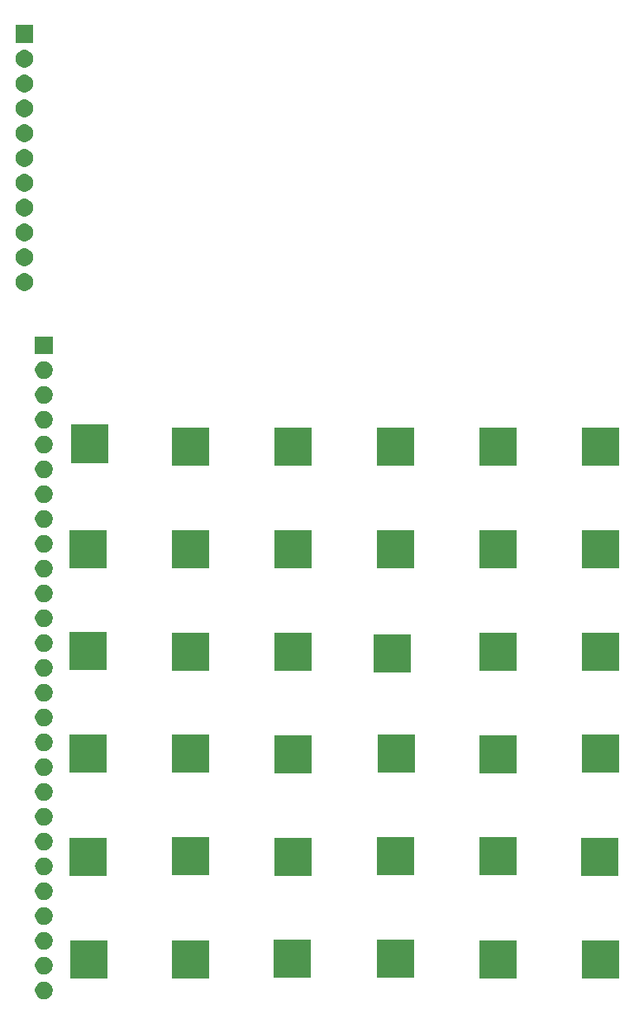
<source format=gbr>
G04 #@! TF.GenerationSoftware,KiCad,Pcbnew,5.1.5+dfsg1-2build2*
G04 #@! TF.CreationDate,2021-11-12T20:57:27+00:00*
G04 #@! TF.ProjectId,psion-org2-main,7073696f-6e2d-46f7-9267-322d6d61696e,rev?*
G04 #@! TF.SameCoordinates,Original*
G04 #@! TF.FileFunction,Soldermask,Top*
G04 #@! TF.FilePolarity,Negative*
%FSLAX46Y46*%
G04 Gerber Fmt 4.6, Leading zero omitted, Abs format (unit mm)*
G04 Created by KiCad (PCBNEW 5.1.5+dfsg1-2build2) date 2021-11-12 20:57:27*
%MOMM*%
%LPD*%
G04 APERTURE LIST*
%ADD10C,0.100000*%
G04 APERTURE END LIST*
D10*
G36*
X200875000Y-106075000D02*
G01*
X197325000Y-106075000D01*
X197325000Y-102425000D01*
X200875000Y-102425000D01*
X200875000Y-106075000D01*
G37*
X200875000Y-106075000D02*
X197325000Y-106075000D01*
X197325000Y-102425000D01*
X200875000Y-102425000D01*
X200875000Y-106075000D01*
G36*
X200875000Y-158575000D02*
G01*
X197325000Y-158575000D01*
X197325000Y-154925000D01*
X200875000Y-154925000D01*
X200875000Y-158575000D01*
G37*
X200875000Y-158575000D02*
X197325000Y-158575000D01*
X197325000Y-154925000D01*
X200875000Y-154925000D01*
X200875000Y-158575000D01*
G36*
X200775000Y-148075000D02*
G01*
X197225000Y-148075000D01*
X197225000Y-144425000D01*
X200775000Y-144425000D01*
X200775000Y-148075000D01*
G37*
X200775000Y-148075000D02*
X197225000Y-148075000D01*
X197225000Y-144425000D01*
X200775000Y-144425000D01*
X200775000Y-148075000D01*
G36*
X200875000Y-137475000D02*
G01*
X197325000Y-137475000D01*
X197325000Y-133825000D01*
X200875000Y-133825000D01*
X200875000Y-137475000D01*
G37*
X200875000Y-137475000D02*
X197325000Y-137475000D01*
X197325000Y-133825000D01*
X200875000Y-133825000D01*
X200875000Y-137475000D01*
G36*
X200875000Y-127075000D02*
G01*
X197325000Y-127075000D01*
X197325000Y-123425000D01*
X200875000Y-123425000D01*
X200875000Y-127075000D01*
G37*
X200875000Y-127075000D02*
X197325000Y-127075000D01*
X197325000Y-123425000D01*
X200875000Y-123425000D01*
X200875000Y-127075000D01*
G36*
X200875000Y-116575000D02*
G01*
X197325000Y-116575000D01*
X197325000Y-112925000D01*
X200875000Y-112925000D01*
X200875000Y-116575000D01*
G37*
X200875000Y-116575000D02*
X197325000Y-116575000D01*
X197325000Y-112925000D01*
X200875000Y-112925000D01*
X200875000Y-116575000D01*
G36*
X190375000Y-158575000D02*
G01*
X186825000Y-158575000D01*
X186825000Y-154925000D01*
X190375000Y-154925000D01*
X190375000Y-158575000D01*
G37*
X190375000Y-158575000D02*
X186825000Y-158575000D01*
X186825000Y-154925000D01*
X190375000Y-154925000D01*
X190375000Y-158575000D01*
G36*
X190375000Y-147975000D02*
G01*
X186825000Y-147975000D01*
X186825000Y-144325000D01*
X190375000Y-144325000D01*
X190375000Y-147975000D01*
G37*
X190375000Y-147975000D02*
X186825000Y-147975000D01*
X186825000Y-144325000D01*
X190375000Y-144325000D01*
X190375000Y-147975000D01*
G36*
X190375000Y-137575000D02*
G01*
X186825000Y-137575000D01*
X186825000Y-133925000D01*
X190375000Y-133925000D01*
X190375000Y-137575000D01*
G37*
X190375000Y-137575000D02*
X186825000Y-137575000D01*
X186825000Y-133925000D01*
X190375000Y-133925000D01*
X190375000Y-137575000D01*
G36*
X190375000Y-127075000D02*
G01*
X186825000Y-127075000D01*
X186825000Y-123425000D01*
X190375000Y-123425000D01*
X190375000Y-127075000D01*
G37*
X190375000Y-127075000D02*
X186825000Y-127075000D01*
X186825000Y-123425000D01*
X190375000Y-123425000D01*
X190375000Y-127075000D01*
G36*
X190375000Y-116575000D02*
G01*
X186825000Y-116575000D01*
X186825000Y-112925000D01*
X190375000Y-112925000D01*
X190375000Y-116575000D01*
G37*
X190375000Y-116575000D02*
X186825000Y-116575000D01*
X186825000Y-112925000D01*
X190375000Y-112925000D01*
X190375000Y-116575000D01*
G36*
X190375000Y-106075000D02*
G01*
X186825000Y-106075000D01*
X186825000Y-102425000D01*
X190375000Y-102425000D01*
X190375000Y-106075000D01*
G37*
X190375000Y-106075000D02*
X186825000Y-106075000D01*
X186825000Y-102425000D01*
X190375000Y-102425000D01*
X190375000Y-106075000D01*
G36*
X179875000Y-158475000D02*
G01*
X176325000Y-158475000D01*
X176325000Y-154825000D01*
X179875000Y-154825000D01*
X179875000Y-158475000D01*
G37*
X179875000Y-158475000D02*
X176325000Y-158475000D01*
X176325000Y-154825000D01*
X179875000Y-154825000D01*
X179875000Y-158475000D01*
G36*
X179875000Y-147975000D02*
G01*
X176325000Y-147975000D01*
X176325000Y-144325000D01*
X179875000Y-144325000D01*
X179875000Y-147975000D01*
G37*
X179875000Y-147975000D02*
X176325000Y-147975000D01*
X176325000Y-144325000D01*
X179875000Y-144325000D01*
X179875000Y-147975000D01*
G36*
X179975000Y-137475000D02*
G01*
X176425000Y-137475000D01*
X176425000Y-133825000D01*
X179975000Y-133825000D01*
X179975000Y-137475000D01*
G37*
X179975000Y-137475000D02*
X176425000Y-137475000D01*
X176425000Y-133825000D01*
X179975000Y-133825000D01*
X179975000Y-137475000D01*
G36*
X179575000Y-127275000D02*
G01*
X176025000Y-127275000D01*
X176025000Y-123625000D01*
X179575000Y-123625000D01*
X179575000Y-127275000D01*
G37*
X179575000Y-127275000D02*
X176025000Y-127275000D01*
X176025000Y-123625000D01*
X179575000Y-123625000D01*
X179575000Y-127275000D01*
G36*
X179875000Y-116575000D02*
G01*
X176325000Y-116575000D01*
X176325000Y-112925000D01*
X179875000Y-112925000D01*
X179875000Y-116575000D01*
G37*
X179875000Y-116575000D02*
X176325000Y-116575000D01*
X176325000Y-112925000D01*
X179875000Y-112925000D01*
X179875000Y-116575000D01*
G36*
X179875000Y-106075000D02*
G01*
X176325000Y-106075000D01*
X176325000Y-102425000D01*
X179875000Y-102425000D01*
X179875000Y-106075000D01*
G37*
X179875000Y-106075000D02*
X176325000Y-106075000D01*
X176325000Y-102425000D01*
X179875000Y-102425000D01*
X179875000Y-106075000D01*
G36*
X169275000Y-158475000D02*
G01*
X165725000Y-158475000D01*
X165725000Y-154825000D01*
X169275000Y-154825000D01*
X169275000Y-158475000D01*
G37*
X169275000Y-158475000D02*
X165725000Y-158475000D01*
X165725000Y-154825000D01*
X169275000Y-154825000D01*
X169275000Y-158475000D01*
G36*
X169375000Y-148075000D02*
G01*
X165825000Y-148075000D01*
X165825000Y-144425000D01*
X169375000Y-144425000D01*
X169375000Y-148075000D01*
G37*
X169375000Y-148075000D02*
X165825000Y-148075000D01*
X165825000Y-144425000D01*
X169375000Y-144425000D01*
X169375000Y-148075000D01*
G36*
X169375000Y-137575000D02*
G01*
X165825000Y-137575000D01*
X165825000Y-133925000D01*
X169375000Y-133925000D01*
X169375000Y-137575000D01*
G37*
X169375000Y-137575000D02*
X165825000Y-137575000D01*
X165825000Y-133925000D01*
X169375000Y-133925000D01*
X169375000Y-137575000D01*
G36*
X169375000Y-127075000D02*
G01*
X165825000Y-127075000D01*
X165825000Y-123425000D01*
X169375000Y-123425000D01*
X169375000Y-127075000D01*
G37*
X169375000Y-127075000D02*
X165825000Y-127075000D01*
X165825000Y-123425000D01*
X169375000Y-123425000D01*
X169375000Y-127075000D01*
G36*
X169375000Y-116575000D02*
G01*
X165825000Y-116575000D01*
X165825000Y-112925000D01*
X169375000Y-112925000D01*
X169375000Y-116575000D01*
G37*
X169375000Y-116575000D02*
X165825000Y-116575000D01*
X165825000Y-112925000D01*
X169375000Y-112925000D01*
X169375000Y-116575000D01*
G36*
X169375000Y-106075000D02*
G01*
X165825000Y-106075000D01*
X165825000Y-102425000D01*
X169375000Y-102425000D01*
X169375000Y-106075000D01*
G37*
X169375000Y-106075000D02*
X165825000Y-106075000D01*
X165825000Y-102425000D01*
X169375000Y-102425000D01*
X169375000Y-106075000D01*
G36*
X158875000Y-158575000D02*
G01*
X155325000Y-158575000D01*
X155325000Y-154925000D01*
X158875000Y-154925000D01*
X158875000Y-158575000D01*
G37*
X158875000Y-158575000D02*
X155325000Y-158575000D01*
X155325000Y-154925000D01*
X158875000Y-154925000D01*
X158875000Y-158575000D01*
G36*
X158875000Y-147975000D02*
G01*
X155325000Y-147975000D01*
X155325000Y-144325000D01*
X158875000Y-144325000D01*
X158875000Y-147975000D01*
G37*
X158875000Y-147975000D02*
X155325000Y-147975000D01*
X155325000Y-144325000D01*
X158875000Y-144325000D01*
X158875000Y-147975000D01*
G36*
X158875000Y-137475000D02*
G01*
X155325000Y-137475000D01*
X155325000Y-133825000D01*
X158875000Y-133825000D01*
X158875000Y-137475000D01*
G37*
X158875000Y-137475000D02*
X155325000Y-137475000D01*
X155325000Y-133825000D01*
X158875000Y-133825000D01*
X158875000Y-137475000D01*
G36*
X158875000Y-127075000D02*
G01*
X155325000Y-127075000D01*
X155325000Y-123425000D01*
X158875000Y-123425000D01*
X158875000Y-127075000D01*
G37*
X158875000Y-127075000D02*
X155325000Y-127075000D01*
X155325000Y-123425000D01*
X158875000Y-123425000D01*
X158875000Y-127075000D01*
G36*
X158875000Y-116575000D02*
G01*
X155325000Y-116575000D01*
X155325000Y-112925000D01*
X158875000Y-112925000D01*
X158875000Y-116575000D01*
G37*
X158875000Y-116575000D02*
X155325000Y-116575000D01*
X155325000Y-112925000D01*
X158875000Y-112925000D01*
X158875000Y-116575000D01*
G36*
X158875000Y-106075000D02*
G01*
X155325000Y-106075000D01*
X155325000Y-102425000D01*
X158875000Y-102425000D01*
X158875000Y-106075000D01*
G37*
X158875000Y-106075000D02*
X155325000Y-106075000D01*
X155325000Y-102425000D01*
X158875000Y-102425000D01*
X158875000Y-106075000D01*
G36*
X148475000Y-158575000D02*
G01*
X144925000Y-158575000D01*
X144925000Y-154925000D01*
X148475000Y-154925000D01*
X148475000Y-158575000D01*
G37*
X148475000Y-158575000D02*
X144925000Y-158575000D01*
X144925000Y-154925000D01*
X148475000Y-154925000D01*
X148475000Y-158575000D01*
G36*
X148375000Y-148075000D02*
G01*
X144825000Y-148075000D01*
X144825000Y-144425000D01*
X148375000Y-144425000D01*
X148375000Y-148075000D01*
G37*
X148375000Y-148075000D02*
X144825000Y-148075000D01*
X144825000Y-144425000D01*
X148375000Y-144425000D01*
X148375000Y-148075000D01*
G36*
X148375000Y-137475000D02*
G01*
X144825000Y-137475000D01*
X144825000Y-133825000D01*
X148375000Y-133825000D01*
X148375000Y-137475000D01*
G37*
X148375000Y-137475000D02*
X144825000Y-137475000D01*
X144825000Y-133825000D01*
X148375000Y-133825000D01*
X148375000Y-137475000D01*
G36*
X148375000Y-126975000D02*
G01*
X144825000Y-126975000D01*
X144825000Y-123325000D01*
X148375000Y-123325000D01*
X148375000Y-126975000D01*
G37*
X148375000Y-126975000D02*
X144825000Y-126975000D01*
X144825000Y-123325000D01*
X148375000Y-123325000D01*
X148375000Y-126975000D01*
G36*
X148375000Y-116575000D02*
G01*
X144825000Y-116575000D01*
X144825000Y-112925000D01*
X148375000Y-112925000D01*
X148375000Y-116575000D01*
G37*
X148375000Y-116575000D02*
X144825000Y-116575000D01*
X144825000Y-112925000D01*
X148375000Y-112925000D01*
X148375000Y-116575000D01*
G36*
X148575000Y-105775000D02*
G01*
X145025000Y-105775000D01*
X145025000Y-102125000D01*
X148575000Y-102125000D01*
X148575000Y-105775000D01*
G37*
X148575000Y-105775000D02*
X145025000Y-105775000D01*
X145025000Y-102125000D01*
X148575000Y-102125000D01*
X148575000Y-105775000D01*
G36*
X142213512Y-159003927D02*
G01*
X142362812Y-159033624D01*
X142526784Y-159101544D01*
X142674354Y-159200147D01*
X142799853Y-159325646D01*
X142898456Y-159473216D01*
X142966376Y-159637188D01*
X143001000Y-159811259D01*
X143001000Y-159988741D01*
X142966376Y-160162812D01*
X142898456Y-160326784D01*
X142799853Y-160474354D01*
X142674354Y-160599853D01*
X142526784Y-160698456D01*
X142362812Y-160766376D01*
X142213512Y-160796073D01*
X142188742Y-160801000D01*
X142011258Y-160801000D01*
X141986488Y-160796073D01*
X141837188Y-160766376D01*
X141673216Y-160698456D01*
X141525646Y-160599853D01*
X141400147Y-160474354D01*
X141301544Y-160326784D01*
X141233624Y-160162812D01*
X141199000Y-159988741D01*
X141199000Y-159811259D01*
X141233624Y-159637188D01*
X141301544Y-159473216D01*
X141400147Y-159325646D01*
X141525646Y-159200147D01*
X141673216Y-159101544D01*
X141837188Y-159033624D01*
X141986488Y-159003927D01*
X142011258Y-158999000D01*
X142188742Y-158999000D01*
X142213512Y-159003927D01*
G37*
G36*
X201001000Y-158701000D02*
G01*
X197199000Y-158701000D01*
X197199000Y-154799000D01*
X201001000Y-154799000D01*
X201001000Y-158701000D01*
G37*
G36*
X190501000Y-158701000D02*
G01*
X186699000Y-158701000D01*
X186699000Y-154799000D01*
X190501000Y-154799000D01*
X190501000Y-158701000D01*
G37*
G36*
X159001000Y-158701000D02*
G01*
X155199000Y-158701000D01*
X155199000Y-154799000D01*
X159001000Y-154799000D01*
X159001000Y-158701000D01*
G37*
G36*
X148601000Y-158701000D02*
G01*
X144799000Y-158701000D01*
X144799000Y-154799000D01*
X148601000Y-154799000D01*
X148601000Y-158701000D01*
G37*
G36*
X169401000Y-158601000D02*
G01*
X165599000Y-158601000D01*
X165599000Y-154699000D01*
X169401000Y-154699000D01*
X169401000Y-158601000D01*
G37*
G36*
X180001000Y-158601000D02*
G01*
X176199000Y-158601000D01*
X176199000Y-154699000D01*
X180001000Y-154699000D01*
X180001000Y-158601000D01*
G37*
G36*
X142213512Y-156463927D02*
G01*
X142362812Y-156493624D01*
X142526784Y-156561544D01*
X142674354Y-156660147D01*
X142799853Y-156785646D01*
X142898456Y-156933216D01*
X142966376Y-157097188D01*
X143001000Y-157271259D01*
X143001000Y-157448741D01*
X142966376Y-157622812D01*
X142898456Y-157786784D01*
X142799853Y-157934354D01*
X142674354Y-158059853D01*
X142526784Y-158158456D01*
X142362812Y-158226376D01*
X142213512Y-158256073D01*
X142188742Y-158261000D01*
X142011258Y-158261000D01*
X141986488Y-158256073D01*
X141837188Y-158226376D01*
X141673216Y-158158456D01*
X141525646Y-158059853D01*
X141400147Y-157934354D01*
X141301544Y-157786784D01*
X141233624Y-157622812D01*
X141199000Y-157448741D01*
X141199000Y-157271259D01*
X141233624Y-157097188D01*
X141301544Y-156933216D01*
X141400147Y-156785646D01*
X141525646Y-156660147D01*
X141673216Y-156561544D01*
X141837188Y-156493624D01*
X141986488Y-156463927D01*
X142011258Y-156459000D01*
X142188742Y-156459000D01*
X142213512Y-156463927D01*
G37*
G36*
X142213512Y-153923927D02*
G01*
X142362812Y-153953624D01*
X142526784Y-154021544D01*
X142674354Y-154120147D01*
X142799853Y-154245646D01*
X142898456Y-154393216D01*
X142966376Y-154557188D01*
X143001000Y-154731259D01*
X143001000Y-154908741D01*
X142966376Y-155082812D01*
X142898456Y-155246784D01*
X142799853Y-155394354D01*
X142674354Y-155519853D01*
X142526784Y-155618456D01*
X142362812Y-155686376D01*
X142213512Y-155716073D01*
X142188742Y-155721000D01*
X142011258Y-155721000D01*
X141986488Y-155716073D01*
X141837188Y-155686376D01*
X141673216Y-155618456D01*
X141525646Y-155519853D01*
X141400147Y-155394354D01*
X141301544Y-155246784D01*
X141233624Y-155082812D01*
X141199000Y-154908741D01*
X141199000Y-154731259D01*
X141233624Y-154557188D01*
X141301544Y-154393216D01*
X141400147Y-154245646D01*
X141525646Y-154120147D01*
X141673216Y-154021544D01*
X141837188Y-153953624D01*
X141986488Y-153923927D01*
X142011258Y-153919000D01*
X142188742Y-153919000D01*
X142213512Y-153923927D01*
G37*
G36*
X142213512Y-151383927D02*
G01*
X142362812Y-151413624D01*
X142526784Y-151481544D01*
X142674354Y-151580147D01*
X142799853Y-151705646D01*
X142898456Y-151853216D01*
X142966376Y-152017188D01*
X143001000Y-152191259D01*
X143001000Y-152368741D01*
X142966376Y-152542812D01*
X142898456Y-152706784D01*
X142799853Y-152854354D01*
X142674354Y-152979853D01*
X142526784Y-153078456D01*
X142362812Y-153146376D01*
X142213512Y-153176073D01*
X142188742Y-153181000D01*
X142011258Y-153181000D01*
X141986488Y-153176073D01*
X141837188Y-153146376D01*
X141673216Y-153078456D01*
X141525646Y-152979853D01*
X141400147Y-152854354D01*
X141301544Y-152706784D01*
X141233624Y-152542812D01*
X141199000Y-152368741D01*
X141199000Y-152191259D01*
X141233624Y-152017188D01*
X141301544Y-151853216D01*
X141400147Y-151705646D01*
X141525646Y-151580147D01*
X141673216Y-151481544D01*
X141837188Y-151413624D01*
X141986488Y-151383927D01*
X142011258Y-151379000D01*
X142188742Y-151379000D01*
X142213512Y-151383927D01*
G37*
G36*
X142213512Y-148843927D02*
G01*
X142362812Y-148873624D01*
X142526784Y-148941544D01*
X142674354Y-149040147D01*
X142799853Y-149165646D01*
X142898456Y-149313216D01*
X142966376Y-149477188D01*
X143001000Y-149651259D01*
X143001000Y-149828741D01*
X142966376Y-150002812D01*
X142898456Y-150166784D01*
X142799853Y-150314354D01*
X142674354Y-150439853D01*
X142526784Y-150538456D01*
X142362812Y-150606376D01*
X142213512Y-150636073D01*
X142188742Y-150641000D01*
X142011258Y-150641000D01*
X141986488Y-150636073D01*
X141837188Y-150606376D01*
X141673216Y-150538456D01*
X141525646Y-150439853D01*
X141400147Y-150314354D01*
X141301544Y-150166784D01*
X141233624Y-150002812D01*
X141199000Y-149828741D01*
X141199000Y-149651259D01*
X141233624Y-149477188D01*
X141301544Y-149313216D01*
X141400147Y-149165646D01*
X141525646Y-149040147D01*
X141673216Y-148941544D01*
X141837188Y-148873624D01*
X141986488Y-148843927D01*
X142011258Y-148839000D01*
X142188742Y-148839000D01*
X142213512Y-148843927D01*
G37*
G36*
X148501000Y-148201000D02*
G01*
X144699000Y-148201000D01*
X144699000Y-144299000D01*
X148501000Y-144299000D01*
X148501000Y-148201000D01*
G37*
G36*
X200901000Y-148201000D02*
G01*
X197099000Y-148201000D01*
X197099000Y-144299000D01*
X200901000Y-144299000D01*
X200901000Y-148201000D01*
G37*
G36*
X169501000Y-148201000D02*
G01*
X165699000Y-148201000D01*
X165699000Y-144299000D01*
X169501000Y-144299000D01*
X169501000Y-148201000D01*
G37*
G36*
X159001000Y-148101000D02*
G01*
X155199000Y-148101000D01*
X155199000Y-144199000D01*
X159001000Y-144199000D01*
X159001000Y-148101000D01*
G37*
G36*
X142213512Y-146303927D02*
G01*
X142362812Y-146333624D01*
X142526784Y-146401544D01*
X142674354Y-146500147D01*
X142799853Y-146625646D01*
X142898456Y-146773216D01*
X142966376Y-146937188D01*
X142996073Y-147086488D01*
X143001000Y-147111258D01*
X143001000Y-147288742D01*
X142998562Y-147301000D01*
X142966376Y-147462812D01*
X142898456Y-147626784D01*
X142799853Y-147774354D01*
X142674354Y-147899853D01*
X142526784Y-147998456D01*
X142362812Y-148066376D01*
X142213512Y-148096073D01*
X142188742Y-148101000D01*
X142011258Y-148101000D01*
X141986488Y-148096073D01*
X141837188Y-148066376D01*
X141673216Y-147998456D01*
X141525646Y-147899853D01*
X141400147Y-147774354D01*
X141301544Y-147626784D01*
X141233624Y-147462812D01*
X141201438Y-147301000D01*
X141199000Y-147288742D01*
X141199000Y-147111258D01*
X141203927Y-147086488D01*
X141233624Y-146937188D01*
X141301544Y-146773216D01*
X141400147Y-146625646D01*
X141525646Y-146500147D01*
X141673216Y-146401544D01*
X141837188Y-146333624D01*
X141986488Y-146303927D01*
X142011258Y-146299000D01*
X142188742Y-146299000D01*
X142213512Y-146303927D01*
G37*
G36*
X180001000Y-148101000D02*
G01*
X176199000Y-148101000D01*
X176199000Y-144199000D01*
X180001000Y-144199000D01*
X180001000Y-148101000D01*
G37*
G36*
X190501000Y-148101000D02*
G01*
X186699000Y-148101000D01*
X186699000Y-144199000D01*
X190501000Y-144199000D01*
X190501000Y-148101000D01*
G37*
G36*
X142213512Y-143763927D02*
G01*
X142362812Y-143793624D01*
X142526784Y-143861544D01*
X142674354Y-143960147D01*
X142799853Y-144085646D01*
X142898456Y-144233216D01*
X142966376Y-144397188D01*
X143001000Y-144571259D01*
X143001000Y-144748741D01*
X142966376Y-144922812D01*
X142898456Y-145086784D01*
X142799853Y-145234354D01*
X142674354Y-145359853D01*
X142526784Y-145458456D01*
X142362812Y-145526376D01*
X142213512Y-145556073D01*
X142188742Y-145561000D01*
X142011258Y-145561000D01*
X141986488Y-145556073D01*
X141837188Y-145526376D01*
X141673216Y-145458456D01*
X141525646Y-145359853D01*
X141400147Y-145234354D01*
X141301544Y-145086784D01*
X141233624Y-144922812D01*
X141199000Y-144748741D01*
X141199000Y-144571259D01*
X141233624Y-144397188D01*
X141301544Y-144233216D01*
X141400147Y-144085646D01*
X141525646Y-143960147D01*
X141673216Y-143861544D01*
X141837188Y-143793624D01*
X141986488Y-143763927D01*
X142011258Y-143759000D01*
X142188742Y-143759000D01*
X142213512Y-143763927D01*
G37*
G36*
X142213512Y-141223927D02*
G01*
X142362812Y-141253624D01*
X142526784Y-141321544D01*
X142674354Y-141420147D01*
X142799853Y-141545646D01*
X142898456Y-141693216D01*
X142966376Y-141857188D01*
X143001000Y-142031259D01*
X143001000Y-142208741D01*
X142966376Y-142382812D01*
X142898456Y-142546784D01*
X142799853Y-142694354D01*
X142674354Y-142819853D01*
X142526784Y-142918456D01*
X142362812Y-142986376D01*
X142213512Y-143016073D01*
X142188742Y-143021000D01*
X142011258Y-143021000D01*
X141986488Y-143016073D01*
X141837188Y-142986376D01*
X141673216Y-142918456D01*
X141525646Y-142819853D01*
X141400147Y-142694354D01*
X141301544Y-142546784D01*
X141233624Y-142382812D01*
X141199000Y-142208741D01*
X141199000Y-142031259D01*
X141233624Y-141857188D01*
X141301544Y-141693216D01*
X141400147Y-141545646D01*
X141525646Y-141420147D01*
X141673216Y-141321544D01*
X141837188Y-141253624D01*
X141986488Y-141223927D01*
X142011258Y-141219000D01*
X142188742Y-141219000D01*
X142213512Y-141223927D01*
G37*
G36*
X142213512Y-138683927D02*
G01*
X142362812Y-138713624D01*
X142526784Y-138781544D01*
X142674354Y-138880147D01*
X142799853Y-139005646D01*
X142898456Y-139153216D01*
X142966376Y-139317188D01*
X143001000Y-139491259D01*
X143001000Y-139668741D01*
X142966376Y-139842812D01*
X142898456Y-140006784D01*
X142799853Y-140154354D01*
X142674354Y-140279853D01*
X142526784Y-140378456D01*
X142362812Y-140446376D01*
X142213512Y-140476073D01*
X142188742Y-140481000D01*
X142011258Y-140481000D01*
X141986488Y-140476073D01*
X141837188Y-140446376D01*
X141673216Y-140378456D01*
X141525646Y-140279853D01*
X141400147Y-140154354D01*
X141301544Y-140006784D01*
X141233624Y-139842812D01*
X141199000Y-139668741D01*
X141199000Y-139491259D01*
X141233624Y-139317188D01*
X141301544Y-139153216D01*
X141400147Y-139005646D01*
X141525646Y-138880147D01*
X141673216Y-138781544D01*
X141837188Y-138713624D01*
X141986488Y-138683927D01*
X142011258Y-138679000D01*
X142188742Y-138679000D01*
X142213512Y-138683927D01*
G37*
G36*
X142213512Y-136143927D02*
G01*
X142362812Y-136173624D01*
X142526784Y-136241544D01*
X142674354Y-136340147D01*
X142799853Y-136465646D01*
X142898456Y-136613216D01*
X142966376Y-136777188D01*
X143001000Y-136951259D01*
X143001000Y-137128741D01*
X142966376Y-137302812D01*
X142898456Y-137466784D01*
X142799853Y-137614354D01*
X142674354Y-137739853D01*
X142526784Y-137838456D01*
X142362812Y-137906376D01*
X142213512Y-137936073D01*
X142188742Y-137941000D01*
X142011258Y-137941000D01*
X141986488Y-137936073D01*
X141837188Y-137906376D01*
X141673216Y-137838456D01*
X141525646Y-137739853D01*
X141400147Y-137614354D01*
X141301544Y-137466784D01*
X141233624Y-137302812D01*
X141199000Y-137128741D01*
X141199000Y-136951259D01*
X141233624Y-136777188D01*
X141301544Y-136613216D01*
X141400147Y-136465646D01*
X141525646Y-136340147D01*
X141673216Y-136241544D01*
X141837188Y-136173624D01*
X141986488Y-136143927D01*
X142011258Y-136139000D01*
X142188742Y-136139000D01*
X142213512Y-136143927D01*
G37*
G36*
X169501000Y-137701000D02*
G01*
X165699000Y-137701000D01*
X165699000Y-133799000D01*
X169501000Y-133799000D01*
X169501000Y-137701000D01*
G37*
G36*
X190501000Y-137701000D02*
G01*
X186699000Y-137701000D01*
X186699000Y-133799000D01*
X190501000Y-133799000D01*
X190501000Y-137701000D01*
G37*
G36*
X159001000Y-137601000D02*
G01*
X155199000Y-137601000D01*
X155199000Y-133699000D01*
X159001000Y-133699000D01*
X159001000Y-137601000D01*
G37*
G36*
X201001000Y-137601000D02*
G01*
X197199000Y-137601000D01*
X197199000Y-133699000D01*
X201001000Y-133699000D01*
X201001000Y-137601000D01*
G37*
G36*
X180101000Y-137601000D02*
G01*
X176299000Y-137601000D01*
X176299000Y-133699000D01*
X180101000Y-133699000D01*
X180101000Y-137601000D01*
G37*
G36*
X148501000Y-137601000D02*
G01*
X144699000Y-137601000D01*
X144699000Y-133699000D01*
X148501000Y-133699000D01*
X148501000Y-137601000D01*
G37*
G36*
X142213512Y-133603927D02*
G01*
X142362812Y-133633624D01*
X142526784Y-133701544D01*
X142674354Y-133800147D01*
X142799853Y-133925646D01*
X142898456Y-134073216D01*
X142966376Y-134237188D01*
X142996073Y-134386488D01*
X143001000Y-134411258D01*
X143001000Y-134588742D01*
X142998562Y-134601000D01*
X142966376Y-134762812D01*
X142898456Y-134926784D01*
X142799853Y-135074354D01*
X142674354Y-135199853D01*
X142526784Y-135298456D01*
X142362812Y-135366376D01*
X142213512Y-135396073D01*
X142188742Y-135401000D01*
X142011258Y-135401000D01*
X141986488Y-135396073D01*
X141837188Y-135366376D01*
X141673216Y-135298456D01*
X141525646Y-135199853D01*
X141400147Y-135074354D01*
X141301544Y-134926784D01*
X141233624Y-134762812D01*
X141201438Y-134601000D01*
X141199000Y-134588742D01*
X141199000Y-134411258D01*
X141203927Y-134386488D01*
X141233624Y-134237188D01*
X141301544Y-134073216D01*
X141400147Y-133925646D01*
X141525646Y-133800147D01*
X141673216Y-133701544D01*
X141837188Y-133633624D01*
X141986488Y-133603927D01*
X142011258Y-133599000D01*
X142188742Y-133599000D01*
X142213512Y-133603927D01*
G37*
G36*
X142213512Y-131063927D02*
G01*
X142362812Y-131093624D01*
X142526784Y-131161544D01*
X142674354Y-131260147D01*
X142799853Y-131385646D01*
X142898456Y-131533216D01*
X142966376Y-131697188D01*
X143001000Y-131871259D01*
X143001000Y-132048741D01*
X142966376Y-132222812D01*
X142898456Y-132386784D01*
X142799853Y-132534354D01*
X142674354Y-132659853D01*
X142526784Y-132758456D01*
X142362812Y-132826376D01*
X142213512Y-132856073D01*
X142188742Y-132861000D01*
X142011258Y-132861000D01*
X141986488Y-132856073D01*
X141837188Y-132826376D01*
X141673216Y-132758456D01*
X141525646Y-132659853D01*
X141400147Y-132534354D01*
X141301544Y-132386784D01*
X141233624Y-132222812D01*
X141199000Y-132048741D01*
X141199000Y-131871259D01*
X141233624Y-131697188D01*
X141301544Y-131533216D01*
X141400147Y-131385646D01*
X141525646Y-131260147D01*
X141673216Y-131161544D01*
X141837188Y-131093624D01*
X141986488Y-131063927D01*
X142011258Y-131059000D01*
X142188742Y-131059000D01*
X142213512Y-131063927D01*
G37*
G36*
X142213512Y-128523927D02*
G01*
X142362812Y-128553624D01*
X142526784Y-128621544D01*
X142674354Y-128720147D01*
X142799853Y-128845646D01*
X142898456Y-128993216D01*
X142966376Y-129157188D01*
X143001000Y-129331259D01*
X143001000Y-129508741D01*
X142966376Y-129682812D01*
X142898456Y-129846784D01*
X142799853Y-129994354D01*
X142674354Y-130119853D01*
X142526784Y-130218456D01*
X142362812Y-130286376D01*
X142213512Y-130316073D01*
X142188742Y-130321000D01*
X142011258Y-130321000D01*
X141986488Y-130316073D01*
X141837188Y-130286376D01*
X141673216Y-130218456D01*
X141525646Y-130119853D01*
X141400147Y-129994354D01*
X141301544Y-129846784D01*
X141233624Y-129682812D01*
X141199000Y-129508741D01*
X141199000Y-129331259D01*
X141233624Y-129157188D01*
X141301544Y-128993216D01*
X141400147Y-128845646D01*
X141525646Y-128720147D01*
X141673216Y-128621544D01*
X141837188Y-128553624D01*
X141986488Y-128523927D01*
X142011258Y-128519000D01*
X142188742Y-128519000D01*
X142213512Y-128523927D01*
G37*
G36*
X142213512Y-125983927D02*
G01*
X142362812Y-126013624D01*
X142526784Y-126081544D01*
X142674354Y-126180147D01*
X142799853Y-126305646D01*
X142898456Y-126453216D01*
X142966376Y-126617188D01*
X143001000Y-126791259D01*
X143001000Y-126968741D01*
X142966376Y-127142812D01*
X142898456Y-127306784D01*
X142799853Y-127454354D01*
X142674354Y-127579853D01*
X142526784Y-127678456D01*
X142362812Y-127746376D01*
X142213512Y-127776073D01*
X142188742Y-127781000D01*
X142011258Y-127781000D01*
X141986488Y-127776073D01*
X141837188Y-127746376D01*
X141673216Y-127678456D01*
X141525646Y-127579853D01*
X141400147Y-127454354D01*
X141301544Y-127306784D01*
X141233624Y-127142812D01*
X141199000Y-126968741D01*
X141199000Y-126791259D01*
X141233624Y-126617188D01*
X141301544Y-126453216D01*
X141400147Y-126305646D01*
X141525646Y-126180147D01*
X141673216Y-126081544D01*
X141837188Y-126013624D01*
X141986488Y-125983927D01*
X142011258Y-125979000D01*
X142188742Y-125979000D01*
X142213512Y-125983927D01*
G37*
G36*
X179701000Y-127401000D02*
G01*
X175899000Y-127401000D01*
X175899000Y-123499000D01*
X179701000Y-123499000D01*
X179701000Y-127401000D01*
G37*
G36*
X190501000Y-127201000D02*
G01*
X186699000Y-127201000D01*
X186699000Y-123299000D01*
X190501000Y-123299000D01*
X190501000Y-127201000D01*
G37*
G36*
X159001000Y-127201000D02*
G01*
X155199000Y-127201000D01*
X155199000Y-123299000D01*
X159001000Y-123299000D01*
X159001000Y-127201000D01*
G37*
G36*
X201001000Y-127201000D02*
G01*
X197199000Y-127201000D01*
X197199000Y-123299000D01*
X201001000Y-123299000D01*
X201001000Y-127201000D01*
G37*
G36*
X169501000Y-127201000D02*
G01*
X165699000Y-127201000D01*
X165699000Y-123299000D01*
X169501000Y-123299000D01*
X169501000Y-127201000D01*
G37*
G36*
X148501000Y-127101000D02*
G01*
X144699000Y-127101000D01*
X144699000Y-123199000D01*
X148501000Y-123199000D01*
X148501000Y-127101000D01*
G37*
G36*
X142213512Y-123443927D02*
G01*
X142362812Y-123473624D01*
X142526784Y-123541544D01*
X142674354Y-123640147D01*
X142799853Y-123765646D01*
X142898456Y-123913216D01*
X142966376Y-124077188D01*
X143001000Y-124251259D01*
X143001000Y-124428741D01*
X142966376Y-124602812D01*
X142898456Y-124766784D01*
X142799853Y-124914354D01*
X142674354Y-125039853D01*
X142526784Y-125138456D01*
X142362812Y-125206376D01*
X142213512Y-125236073D01*
X142188742Y-125241000D01*
X142011258Y-125241000D01*
X141986488Y-125236073D01*
X141837188Y-125206376D01*
X141673216Y-125138456D01*
X141525646Y-125039853D01*
X141400147Y-124914354D01*
X141301544Y-124766784D01*
X141233624Y-124602812D01*
X141199000Y-124428741D01*
X141199000Y-124251259D01*
X141233624Y-124077188D01*
X141301544Y-123913216D01*
X141400147Y-123765646D01*
X141525646Y-123640147D01*
X141673216Y-123541544D01*
X141837188Y-123473624D01*
X141986488Y-123443927D01*
X142011258Y-123439000D01*
X142188742Y-123439000D01*
X142213512Y-123443927D01*
G37*
G36*
X142213512Y-120903927D02*
G01*
X142362812Y-120933624D01*
X142526784Y-121001544D01*
X142674354Y-121100147D01*
X142799853Y-121225646D01*
X142898456Y-121373216D01*
X142966376Y-121537188D01*
X143001000Y-121711259D01*
X143001000Y-121888741D01*
X142966376Y-122062812D01*
X142898456Y-122226784D01*
X142799853Y-122374354D01*
X142674354Y-122499853D01*
X142526784Y-122598456D01*
X142362812Y-122666376D01*
X142213512Y-122696073D01*
X142188742Y-122701000D01*
X142011258Y-122701000D01*
X141986488Y-122696073D01*
X141837188Y-122666376D01*
X141673216Y-122598456D01*
X141525646Y-122499853D01*
X141400147Y-122374354D01*
X141301544Y-122226784D01*
X141233624Y-122062812D01*
X141199000Y-121888741D01*
X141199000Y-121711259D01*
X141233624Y-121537188D01*
X141301544Y-121373216D01*
X141400147Y-121225646D01*
X141525646Y-121100147D01*
X141673216Y-121001544D01*
X141837188Y-120933624D01*
X141986488Y-120903927D01*
X142011258Y-120899000D01*
X142188742Y-120899000D01*
X142213512Y-120903927D01*
G37*
G36*
X142213512Y-118363927D02*
G01*
X142362812Y-118393624D01*
X142526784Y-118461544D01*
X142674354Y-118560147D01*
X142799853Y-118685646D01*
X142898456Y-118833216D01*
X142966376Y-118997188D01*
X143001000Y-119171259D01*
X143001000Y-119348741D01*
X142966376Y-119522812D01*
X142898456Y-119686784D01*
X142799853Y-119834354D01*
X142674354Y-119959853D01*
X142526784Y-120058456D01*
X142362812Y-120126376D01*
X142213512Y-120156073D01*
X142188742Y-120161000D01*
X142011258Y-120161000D01*
X141986488Y-120156073D01*
X141837188Y-120126376D01*
X141673216Y-120058456D01*
X141525646Y-119959853D01*
X141400147Y-119834354D01*
X141301544Y-119686784D01*
X141233624Y-119522812D01*
X141199000Y-119348741D01*
X141199000Y-119171259D01*
X141233624Y-118997188D01*
X141301544Y-118833216D01*
X141400147Y-118685646D01*
X141525646Y-118560147D01*
X141673216Y-118461544D01*
X141837188Y-118393624D01*
X141986488Y-118363927D01*
X142011258Y-118359000D01*
X142188742Y-118359000D01*
X142213512Y-118363927D01*
G37*
G36*
X142213512Y-115823927D02*
G01*
X142362812Y-115853624D01*
X142526784Y-115921544D01*
X142674354Y-116020147D01*
X142799853Y-116145646D01*
X142898456Y-116293216D01*
X142966376Y-116457188D01*
X143001000Y-116631259D01*
X143001000Y-116808741D01*
X142966376Y-116982812D01*
X142898456Y-117146784D01*
X142799853Y-117294354D01*
X142674354Y-117419853D01*
X142526784Y-117518456D01*
X142362812Y-117586376D01*
X142213512Y-117616073D01*
X142188742Y-117621000D01*
X142011258Y-117621000D01*
X141986488Y-117616073D01*
X141837188Y-117586376D01*
X141673216Y-117518456D01*
X141525646Y-117419853D01*
X141400147Y-117294354D01*
X141301544Y-117146784D01*
X141233624Y-116982812D01*
X141199000Y-116808741D01*
X141199000Y-116631259D01*
X141233624Y-116457188D01*
X141301544Y-116293216D01*
X141400147Y-116145646D01*
X141525646Y-116020147D01*
X141673216Y-115921544D01*
X141837188Y-115853624D01*
X141986488Y-115823927D01*
X142011258Y-115819000D01*
X142188742Y-115819000D01*
X142213512Y-115823927D01*
G37*
G36*
X190501000Y-116701000D02*
G01*
X186699000Y-116701000D01*
X186699000Y-112799000D01*
X190501000Y-112799000D01*
X190501000Y-116701000D01*
G37*
G36*
X169501000Y-116701000D02*
G01*
X165699000Y-116701000D01*
X165699000Y-112799000D01*
X169501000Y-112799000D01*
X169501000Y-116701000D01*
G37*
G36*
X180001000Y-116701000D02*
G01*
X176199000Y-116701000D01*
X176199000Y-112799000D01*
X180001000Y-112799000D01*
X180001000Y-116701000D01*
G37*
G36*
X201001000Y-116701000D02*
G01*
X197199000Y-116701000D01*
X197199000Y-112799000D01*
X201001000Y-112799000D01*
X201001000Y-116701000D01*
G37*
G36*
X148501000Y-116701000D02*
G01*
X144699000Y-116701000D01*
X144699000Y-112799000D01*
X148501000Y-112799000D01*
X148501000Y-116701000D01*
G37*
G36*
X159001000Y-116701000D02*
G01*
X155199000Y-116701000D01*
X155199000Y-112799000D01*
X159001000Y-112799000D01*
X159001000Y-116701000D01*
G37*
G36*
X142213512Y-113283927D02*
G01*
X142362812Y-113313624D01*
X142526784Y-113381544D01*
X142674354Y-113480147D01*
X142799853Y-113605646D01*
X142898456Y-113753216D01*
X142966376Y-113917188D01*
X143001000Y-114091259D01*
X143001000Y-114268741D01*
X142966376Y-114442812D01*
X142898456Y-114606784D01*
X142799853Y-114754354D01*
X142674354Y-114879853D01*
X142526784Y-114978456D01*
X142362812Y-115046376D01*
X142213512Y-115076073D01*
X142188742Y-115081000D01*
X142011258Y-115081000D01*
X141986488Y-115076073D01*
X141837188Y-115046376D01*
X141673216Y-114978456D01*
X141525646Y-114879853D01*
X141400147Y-114754354D01*
X141301544Y-114606784D01*
X141233624Y-114442812D01*
X141199000Y-114268741D01*
X141199000Y-114091259D01*
X141233624Y-113917188D01*
X141301544Y-113753216D01*
X141400147Y-113605646D01*
X141525646Y-113480147D01*
X141673216Y-113381544D01*
X141837188Y-113313624D01*
X141986488Y-113283927D01*
X142011258Y-113279000D01*
X142188742Y-113279000D01*
X142213512Y-113283927D01*
G37*
G36*
X142213512Y-110743927D02*
G01*
X142362812Y-110773624D01*
X142526784Y-110841544D01*
X142674354Y-110940147D01*
X142799853Y-111065646D01*
X142898456Y-111213216D01*
X142966376Y-111377188D01*
X143001000Y-111551259D01*
X143001000Y-111728741D01*
X142966376Y-111902812D01*
X142898456Y-112066784D01*
X142799853Y-112214354D01*
X142674354Y-112339853D01*
X142526784Y-112438456D01*
X142362812Y-112506376D01*
X142213512Y-112536073D01*
X142188742Y-112541000D01*
X142011258Y-112541000D01*
X141986488Y-112536073D01*
X141837188Y-112506376D01*
X141673216Y-112438456D01*
X141525646Y-112339853D01*
X141400147Y-112214354D01*
X141301544Y-112066784D01*
X141233624Y-111902812D01*
X141199000Y-111728741D01*
X141199000Y-111551259D01*
X141233624Y-111377188D01*
X141301544Y-111213216D01*
X141400147Y-111065646D01*
X141525646Y-110940147D01*
X141673216Y-110841544D01*
X141837188Y-110773624D01*
X141986488Y-110743927D01*
X142011258Y-110739000D01*
X142188742Y-110739000D01*
X142213512Y-110743927D01*
G37*
G36*
X142213512Y-108203927D02*
G01*
X142362812Y-108233624D01*
X142526784Y-108301544D01*
X142674354Y-108400147D01*
X142799853Y-108525646D01*
X142898456Y-108673216D01*
X142966376Y-108837188D01*
X143001000Y-109011259D01*
X143001000Y-109188741D01*
X142966376Y-109362812D01*
X142898456Y-109526784D01*
X142799853Y-109674354D01*
X142674354Y-109799853D01*
X142526784Y-109898456D01*
X142362812Y-109966376D01*
X142213512Y-109996073D01*
X142188742Y-110001000D01*
X142011258Y-110001000D01*
X141986488Y-109996073D01*
X141837188Y-109966376D01*
X141673216Y-109898456D01*
X141525646Y-109799853D01*
X141400147Y-109674354D01*
X141301544Y-109526784D01*
X141233624Y-109362812D01*
X141199000Y-109188741D01*
X141199000Y-109011259D01*
X141233624Y-108837188D01*
X141301544Y-108673216D01*
X141400147Y-108525646D01*
X141525646Y-108400147D01*
X141673216Y-108301544D01*
X141837188Y-108233624D01*
X141986488Y-108203927D01*
X142011258Y-108199000D01*
X142188742Y-108199000D01*
X142213512Y-108203927D01*
G37*
G36*
X142213512Y-105663927D02*
G01*
X142362812Y-105693624D01*
X142526784Y-105761544D01*
X142674354Y-105860147D01*
X142799853Y-105985646D01*
X142898456Y-106133216D01*
X142966376Y-106297188D01*
X143001000Y-106471259D01*
X143001000Y-106648741D01*
X142966376Y-106822812D01*
X142898456Y-106986784D01*
X142799853Y-107134354D01*
X142674354Y-107259853D01*
X142526784Y-107358456D01*
X142362812Y-107426376D01*
X142213512Y-107456073D01*
X142188742Y-107461000D01*
X142011258Y-107461000D01*
X141986488Y-107456073D01*
X141837188Y-107426376D01*
X141673216Y-107358456D01*
X141525646Y-107259853D01*
X141400147Y-107134354D01*
X141301544Y-106986784D01*
X141233624Y-106822812D01*
X141199000Y-106648741D01*
X141199000Y-106471259D01*
X141233624Y-106297188D01*
X141301544Y-106133216D01*
X141400147Y-105985646D01*
X141525646Y-105860147D01*
X141673216Y-105761544D01*
X141837188Y-105693624D01*
X141986488Y-105663927D01*
X142011258Y-105659000D01*
X142188742Y-105659000D01*
X142213512Y-105663927D01*
G37*
G36*
X169501000Y-106201000D02*
G01*
X165699000Y-106201000D01*
X165699000Y-102299000D01*
X169501000Y-102299000D01*
X169501000Y-106201000D01*
G37*
G36*
X190501000Y-106201000D02*
G01*
X186699000Y-106201000D01*
X186699000Y-102299000D01*
X190501000Y-102299000D01*
X190501000Y-106201000D01*
G37*
G36*
X180001000Y-106201000D02*
G01*
X176199000Y-106201000D01*
X176199000Y-102299000D01*
X180001000Y-102299000D01*
X180001000Y-106201000D01*
G37*
G36*
X159001000Y-106201000D02*
G01*
X155199000Y-106201000D01*
X155199000Y-102299000D01*
X159001000Y-102299000D01*
X159001000Y-106201000D01*
G37*
G36*
X201001000Y-106201000D02*
G01*
X197199000Y-106201000D01*
X197199000Y-102299000D01*
X201001000Y-102299000D01*
X201001000Y-106201000D01*
G37*
G36*
X148701000Y-105901000D02*
G01*
X144899000Y-105901000D01*
X144899000Y-101999000D01*
X148701000Y-101999000D01*
X148701000Y-105901000D01*
G37*
G36*
X142213512Y-103123927D02*
G01*
X142362812Y-103153624D01*
X142526784Y-103221544D01*
X142674354Y-103320147D01*
X142799853Y-103445646D01*
X142898456Y-103593216D01*
X142966376Y-103757188D01*
X143001000Y-103931259D01*
X143001000Y-104108741D01*
X142966376Y-104282812D01*
X142898456Y-104446784D01*
X142799853Y-104594354D01*
X142674354Y-104719853D01*
X142526784Y-104818456D01*
X142362812Y-104886376D01*
X142213512Y-104916073D01*
X142188742Y-104921000D01*
X142011258Y-104921000D01*
X141986488Y-104916073D01*
X141837188Y-104886376D01*
X141673216Y-104818456D01*
X141525646Y-104719853D01*
X141400147Y-104594354D01*
X141301544Y-104446784D01*
X141233624Y-104282812D01*
X141199000Y-104108741D01*
X141199000Y-103931259D01*
X141233624Y-103757188D01*
X141301544Y-103593216D01*
X141400147Y-103445646D01*
X141525646Y-103320147D01*
X141673216Y-103221544D01*
X141837188Y-103153624D01*
X141986488Y-103123927D01*
X142011258Y-103119000D01*
X142188742Y-103119000D01*
X142213512Y-103123927D01*
G37*
G36*
X142213512Y-100583927D02*
G01*
X142362812Y-100613624D01*
X142526784Y-100681544D01*
X142674354Y-100780147D01*
X142799853Y-100905646D01*
X142898456Y-101053216D01*
X142966376Y-101217188D01*
X143001000Y-101391259D01*
X143001000Y-101568741D01*
X142966376Y-101742812D01*
X142898456Y-101906784D01*
X142799853Y-102054354D01*
X142674354Y-102179853D01*
X142526784Y-102278456D01*
X142362812Y-102346376D01*
X142213512Y-102376073D01*
X142188742Y-102381000D01*
X142011258Y-102381000D01*
X141986488Y-102376073D01*
X141837188Y-102346376D01*
X141673216Y-102278456D01*
X141525646Y-102179853D01*
X141400147Y-102054354D01*
X141301544Y-101906784D01*
X141233624Y-101742812D01*
X141199000Y-101568741D01*
X141199000Y-101391259D01*
X141233624Y-101217188D01*
X141301544Y-101053216D01*
X141400147Y-100905646D01*
X141525646Y-100780147D01*
X141673216Y-100681544D01*
X141837188Y-100613624D01*
X141986488Y-100583927D01*
X142011258Y-100579000D01*
X142188742Y-100579000D01*
X142213512Y-100583927D01*
G37*
G36*
X142213512Y-98043927D02*
G01*
X142362812Y-98073624D01*
X142526784Y-98141544D01*
X142674354Y-98240147D01*
X142799853Y-98365646D01*
X142898456Y-98513216D01*
X142966376Y-98677188D01*
X143001000Y-98851259D01*
X143001000Y-99028741D01*
X142966376Y-99202812D01*
X142898456Y-99366784D01*
X142799853Y-99514354D01*
X142674354Y-99639853D01*
X142526784Y-99738456D01*
X142362812Y-99806376D01*
X142213512Y-99836073D01*
X142188742Y-99841000D01*
X142011258Y-99841000D01*
X141986488Y-99836073D01*
X141837188Y-99806376D01*
X141673216Y-99738456D01*
X141525646Y-99639853D01*
X141400147Y-99514354D01*
X141301544Y-99366784D01*
X141233624Y-99202812D01*
X141199000Y-99028741D01*
X141199000Y-98851259D01*
X141233624Y-98677188D01*
X141301544Y-98513216D01*
X141400147Y-98365646D01*
X141525646Y-98240147D01*
X141673216Y-98141544D01*
X141837188Y-98073624D01*
X141986488Y-98043927D01*
X142011258Y-98039000D01*
X142188742Y-98039000D01*
X142213512Y-98043927D01*
G37*
G36*
X142213512Y-95503927D02*
G01*
X142362812Y-95533624D01*
X142526784Y-95601544D01*
X142674354Y-95700147D01*
X142799853Y-95825646D01*
X142898456Y-95973216D01*
X142966376Y-96137188D01*
X143001000Y-96311259D01*
X143001000Y-96488741D01*
X142966376Y-96662812D01*
X142898456Y-96826784D01*
X142799853Y-96974354D01*
X142674354Y-97099853D01*
X142526784Y-97198456D01*
X142362812Y-97266376D01*
X142213512Y-97296073D01*
X142188742Y-97301000D01*
X142011258Y-97301000D01*
X141986488Y-97296073D01*
X141837188Y-97266376D01*
X141673216Y-97198456D01*
X141525646Y-97099853D01*
X141400147Y-96974354D01*
X141301544Y-96826784D01*
X141233624Y-96662812D01*
X141199000Y-96488741D01*
X141199000Y-96311259D01*
X141233624Y-96137188D01*
X141301544Y-95973216D01*
X141400147Y-95825646D01*
X141525646Y-95700147D01*
X141673216Y-95601544D01*
X141837188Y-95533624D01*
X141986488Y-95503927D01*
X142011258Y-95499000D01*
X142188742Y-95499000D01*
X142213512Y-95503927D01*
G37*
G36*
X143001000Y-94761000D02*
G01*
X141199000Y-94761000D01*
X141199000Y-92959000D01*
X143001000Y-92959000D01*
X143001000Y-94761000D01*
G37*
G36*
X140213512Y-86503927D02*
G01*
X140362812Y-86533624D01*
X140526784Y-86601544D01*
X140674354Y-86700147D01*
X140799853Y-86825646D01*
X140898456Y-86973216D01*
X140966376Y-87137188D01*
X141001000Y-87311259D01*
X141001000Y-87488741D01*
X140966376Y-87662812D01*
X140898456Y-87826784D01*
X140799853Y-87974354D01*
X140674354Y-88099853D01*
X140526784Y-88198456D01*
X140362812Y-88266376D01*
X140213512Y-88296073D01*
X140188742Y-88301000D01*
X140011258Y-88301000D01*
X139986488Y-88296073D01*
X139837188Y-88266376D01*
X139673216Y-88198456D01*
X139525646Y-88099853D01*
X139400147Y-87974354D01*
X139301544Y-87826784D01*
X139233624Y-87662812D01*
X139199000Y-87488741D01*
X139199000Y-87311259D01*
X139233624Y-87137188D01*
X139301544Y-86973216D01*
X139400147Y-86825646D01*
X139525646Y-86700147D01*
X139673216Y-86601544D01*
X139837188Y-86533624D01*
X139986488Y-86503927D01*
X140011258Y-86499000D01*
X140188742Y-86499000D01*
X140213512Y-86503927D01*
G37*
G36*
X140213512Y-83963927D02*
G01*
X140362812Y-83993624D01*
X140526784Y-84061544D01*
X140674354Y-84160147D01*
X140799853Y-84285646D01*
X140898456Y-84433216D01*
X140966376Y-84597188D01*
X141001000Y-84771259D01*
X141001000Y-84948741D01*
X140966376Y-85122812D01*
X140898456Y-85286784D01*
X140799853Y-85434354D01*
X140674354Y-85559853D01*
X140526784Y-85658456D01*
X140362812Y-85726376D01*
X140213512Y-85756073D01*
X140188742Y-85761000D01*
X140011258Y-85761000D01*
X139986488Y-85756073D01*
X139837188Y-85726376D01*
X139673216Y-85658456D01*
X139525646Y-85559853D01*
X139400147Y-85434354D01*
X139301544Y-85286784D01*
X139233624Y-85122812D01*
X139199000Y-84948741D01*
X139199000Y-84771259D01*
X139233624Y-84597188D01*
X139301544Y-84433216D01*
X139400147Y-84285646D01*
X139525646Y-84160147D01*
X139673216Y-84061544D01*
X139837188Y-83993624D01*
X139986488Y-83963927D01*
X140011258Y-83959000D01*
X140188742Y-83959000D01*
X140213512Y-83963927D01*
G37*
G36*
X140213512Y-81423927D02*
G01*
X140362812Y-81453624D01*
X140526784Y-81521544D01*
X140674354Y-81620147D01*
X140799853Y-81745646D01*
X140898456Y-81893216D01*
X140966376Y-82057188D01*
X141001000Y-82231259D01*
X141001000Y-82408741D01*
X140966376Y-82582812D01*
X140898456Y-82746784D01*
X140799853Y-82894354D01*
X140674354Y-83019853D01*
X140526784Y-83118456D01*
X140362812Y-83186376D01*
X140213512Y-83216073D01*
X140188742Y-83221000D01*
X140011258Y-83221000D01*
X139986488Y-83216073D01*
X139837188Y-83186376D01*
X139673216Y-83118456D01*
X139525646Y-83019853D01*
X139400147Y-82894354D01*
X139301544Y-82746784D01*
X139233624Y-82582812D01*
X139199000Y-82408741D01*
X139199000Y-82231259D01*
X139233624Y-82057188D01*
X139301544Y-81893216D01*
X139400147Y-81745646D01*
X139525646Y-81620147D01*
X139673216Y-81521544D01*
X139837188Y-81453624D01*
X139986488Y-81423927D01*
X140011258Y-81419000D01*
X140188742Y-81419000D01*
X140213512Y-81423927D01*
G37*
G36*
X140213512Y-78883927D02*
G01*
X140362812Y-78913624D01*
X140526784Y-78981544D01*
X140674354Y-79080147D01*
X140799853Y-79205646D01*
X140898456Y-79353216D01*
X140966376Y-79517188D01*
X141001000Y-79691259D01*
X141001000Y-79868741D01*
X140966376Y-80042812D01*
X140898456Y-80206784D01*
X140799853Y-80354354D01*
X140674354Y-80479853D01*
X140526784Y-80578456D01*
X140362812Y-80646376D01*
X140213512Y-80676073D01*
X140188742Y-80681000D01*
X140011258Y-80681000D01*
X139986488Y-80676073D01*
X139837188Y-80646376D01*
X139673216Y-80578456D01*
X139525646Y-80479853D01*
X139400147Y-80354354D01*
X139301544Y-80206784D01*
X139233624Y-80042812D01*
X139199000Y-79868741D01*
X139199000Y-79691259D01*
X139233624Y-79517188D01*
X139301544Y-79353216D01*
X139400147Y-79205646D01*
X139525646Y-79080147D01*
X139673216Y-78981544D01*
X139837188Y-78913624D01*
X139986488Y-78883927D01*
X140011258Y-78879000D01*
X140188742Y-78879000D01*
X140213512Y-78883927D01*
G37*
G36*
X140213512Y-76343927D02*
G01*
X140362812Y-76373624D01*
X140526784Y-76441544D01*
X140674354Y-76540147D01*
X140799853Y-76665646D01*
X140898456Y-76813216D01*
X140966376Y-76977188D01*
X141001000Y-77151259D01*
X141001000Y-77328741D01*
X140966376Y-77502812D01*
X140898456Y-77666784D01*
X140799853Y-77814354D01*
X140674354Y-77939853D01*
X140526784Y-78038456D01*
X140362812Y-78106376D01*
X140213512Y-78136073D01*
X140188742Y-78141000D01*
X140011258Y-78141000D01*
X139986488Y-78136073D01*
X139837188Y-78106376D01*
X139673216Y-78038456D01*
X139525646Y-77939853D01*
X139400147Y-77814354D01*
X139301544Y-77666784D01*
X139233624Y-77502812D01*
X139199000Y-77328741D01*
X139199000Y-77151259D01*
X139233624Y-76977188D01*
X139301544Y-76813216D01*
X139400147Y-76665646D01*
X139525646Y-76540147D01*
X139673216Y-76441544D01*
X139837188Y-76373624D01*
X139986488Y-76343927D01*
X140011258Y-76339000D01*
X140188742Y-76339000D01*
X140213512Y-76343927D01*
G37*
G36*
X140213512Y-73803927D02*
G01*
X140362812Y-73833624D01*
X140526784Y-73901544D01*
X140674354Y-74000147D01*
X140799853Y-74125646D01*
X140898456Y-74273216D01*
X140966376Y-74437188D01*
X141001000Y-74611259D01*
X141001000Y-74788741D01*
X140966376Y-74962812D01*
X140898456Y-75126784D01*
X140799853Y-75274354D01*
X140674354Y-75399853D01*
X140526784Y-75498456D01*
X140362812Y-75566376D01*
X140213512Y-75596073D01*
X140188742Y-75601000D01*
X140011258Y-75601000D01*
X139986488Y-75596073D01*
X139837188Y-75566376D01*
X139673216Y-75498456D01*
X139525646Y-75399853D01*
X139400147Y-75274354D01*
X139301544Y-75126784D01*
X139233624Y-74962812D01*
X139199000Y-74788741D01*
X139199000Y-74611259D01*
X139233624Y-74437188D01*
X139301544Y-74273216D01*
X139400147Y-74125646D01*
X139525646Y-74000147D01*
X139673216Y-73901544D01*
X139837188Y-73833624D01*
X139986488Y-73803927D01*
X140011258Y-73799000D01*
X140188742Y-73799000D01*
X140213512Y-73803927D01*
G37*
G36*
X140213512Y-71263927D02*
G01*
X140362812Y-71293624D01*
X140526784Y-71361544D01*
X140674354Y-71460147D01*
X140799853Y-71585646D01*
X140898456Y-71733216D01*
X140966376Y-71897188D01*
X141001000Y-72071259D01*
X141001000Y-72248741D01*
X140966376Y-72422812D01*
X140898456Y-72586784D01*
X140799853Y-72734354D01*
X140674354Y-72859853D01*
X140526784Y-72958456D01*
X140362812Y-73026376D01*
X140213512Y-73056073D01*
X140188742Y-73061000D01*
X140011258Y-73061000D01*
X139986488Y-73056073D01*
X139837188Y-73026376D01*
X139673216Y-72958456D01*
X139525646Y-72859853D01*
X139400147Y-72734354D01*
X139301544Y-72586784D01*
X139233624Y-72422812D01*
X139199000Y-72248741D01*
X139199000Y-72071259D01*
X139233624Y-71897188D01*
X139301544Y-71733216D01*
X139400147Y-71585646D01*
X139525646Y-71460147D01*
X139673216Y-71361544D01*
X139837188Y-71293624D01*
X139986488Y-71263927D01*
X140011258Y-71259000D01*
X140188742Y-71259000D01*
X140213512Y-71263927D01*
G37*
G36*
X140213512Y-68723927D02*
G01*
X140362812Y-68753624D01*
X140526784Y-68821544D01*
X140674354Y-68920147D01*
X140799853Y-69045646D01*
X140898456Y-69193216D01*
X140966376Y-69357188D01*
X141001000Y-69531259D01*
X141001000Y-69708741D01*
X140966376Y-69882812D01*
X140898456Y-70046784D01*
X140799853Y-70194354D01*
X140674354Y-70319853D01*
X140526784Y-70418456D01*
X140362812Y-70486376D01*
X140213512Y-70516073D01*
X140188742Y-70521000D01*
X140011258Y-70521000D01*
X139986488Y-70516073D01*
X139837188Y-70486376D01*
X139673216Y-70418456D01*
X139525646Y-70319853D01*
X139400147Y-70194354D01*
X139301544Y-70046784D01*
X139233624Y-69882812D01*
X139199000Y-69708741D01*
X139199000Y-69531259D01*
X139233624Y-69357188D01*
X139301544Y-69193216D01*
X139400147Y-69045646D01*
X139525646Y-68920147D01*
X139673216Y-68821544D01*
X139837188Y-68753624D01*
X139986488Y-68723927D01*
X140011258Y-68719000D01*
X140188742Y-68719000D01*
X140213512Y-68723927D01*
G37*
G36*
X140213512Y-66183927D02*
G01*
X140362812Y-66213624D01*
X140526784Y-66281544D01*
X140674354Y-66380147D01*
X140799853Y-66505646D01*
X140898456Y-66653216D01*
X140966376Y-66817188D01*
X141001000Y-66991259D01*
X141001000Y-67168741D01*
X140966376Y-67342812D01*
X140898456Y-67506784D01*
X140799853Y-67654354D01*
X140674354Y-67779853D01*
X140526784Y-67878456D01*
X140362812Y-67946376D01*
X140213512Y-67976073D01*
X140188742Y-67981000D01*
X140011258Y-67981000D01*
X139986488Y-67976073D01*
X139837188Y-67946376D01*
X139673216Y-67878456D01*
X139525646Y-67779853D01*
X139400147Y-67654354D01*
X139301544Y-67506784D01*
X139233624Y-67342812D01*
X139199000Y-67168741D01*
X139199000Y-66991259D01*
X139233624Y-66817188D01*
X139301544Y-66653216D01*
X139400147Y-66505646D01*
X139525646Y-66380147D01*
X139673216Y-66281544D01*
X139837188Y-66213624D01*
X139986488Y-66183927D01*
X140011258Y-66179000D01*
X140188742Y-66179000D01*
X140213512Y-66183927D01*
G37*
G36*
X140213512Y-63643927D02*
G01*
X140362812Y-63673624D01*
X140526784Y-63741544D01*
X140674354Y-63840147D01*
X140799853Y-63965646D01*
X140898456Y-64113216D01*
X140966376Y-64277188D01*
X141001000Y-64451259D01*
X141001000Y-64628741D01*
X140966376Y-64802812D01*
X140898456Y-64966784D01*
X140799853Y-65114354D01*
X140674354Y-65239853D01*
X140526784Y-65338456D01*
X140362812Y-65406376D01*
X140213512Y-65436073D01*
X140188742Y-65441000D01*
X140011258Y-65441000D01*
X139986488Y-65436073D01*
X139837188Y-65406376D01*
X139673216Y-65338456D01*
X139525646Y-65239853D01*
X139400147Y-65114354D01*
X139301544Y-64966784D01*
X139233624Y-64802812D01*
X139199000Y-64628741D01*
X139199000Y-64451259D01*
X139233624Y-64277188D01*
X139301544Y-64113216D01*
X139400147Y-63965646D01*
X139525646Y-63840147D01*
X139673216Y-63741544D01*
X139837188Y-63673624D01*
X139986488Y-63643927D01*
X140011258Y-63639000D01*
X140188742Y-63639000D01*
X140213512Y-63643927D01*
G37*
G36*
X141001000Y-62901000D02*
G01*
X139199000Y-62901000D01*
X139199000Y-61099000D01*
X141001000Y-61099000D01*
X141001000Y-62901000D01*
G37*
M02*

</source>
